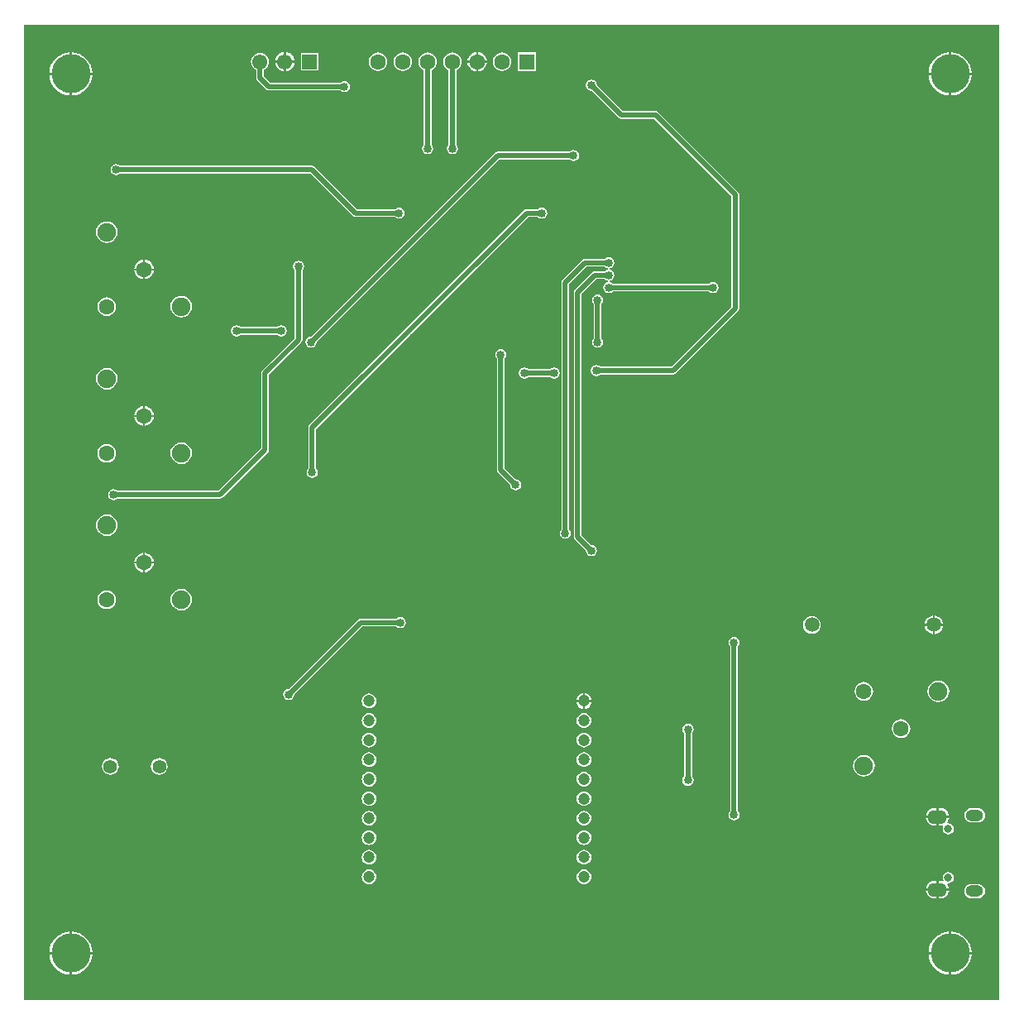
<source format=gbl>
G04 Layer_Physical_Order=2*
G04 Layer_Color=16711680*
%FSLAX25Y25*%
%MOIN*%
G70*
G01*
G75*
%ADD35C,0.01968*%
%ADD40C,0.06299*%
%ADD41C,0.07480*%
%ADD42C,0.05905*%
%ADD43C,0.03150*%
%ADD44O,0.07087X0.04528*%
%ADD45O,0.07874X0.05512*%
%ADD46C,0.05512*%
%ADD47C,0.04724*%
%ADD48R,0.06102X0.06102*%
%ADD49C,0.06102*%
%ADD50R,0.06299X0.06299*%
%ADD51C,0.15748*%
%ADD52C,0.03347*%
%ADD53C,0.02559*%
G36*
X393997Y1003D02*
X1003D01*
Y393997D01*
X393997D01*
Y1003D01*
D02*
G37*
%LPC*%
G36*
X226500Y100726D02*
X225729Y100625D01*
X225011Y100327D01*
X224394Y99854D01*
X223921Y99237D01*
X223623Y98519D01*
X223522Y97748D01*
X223623Y96977D01*
X223921Y96259D01*
X224394Y95642D01*
X225011Y95169D01*
X225729Y94871D01*
X226500Y94770D01*
X227271Y94871D01*
X227989Y95169D01*
X228606Y95642D01*
X229079Y96259D01*
X229377Y96977D01*
X229478Y97748D01*
X229377Y98519D01*
X229079Y99237D01*
X228606Y99854D01*
X227989Y100327D01*
X227271Y100625D01*
X226500Y100726D01*
D02*
G37*
G36*
X139886D02*
X139115Y100625D01*
X138397Y100327D01*
X137780Y99854D01*
X137307Y99237D01*
X137009Y98519D01*
X136908Y97748D01*
X137009Y96977D01*
X137307Y96259D01*
X137780Y95642D01*
X138397Y95169D01*
X139115Y94871D01*
X139886Y94770D01*
X140657Y94871D01*
X141375Y95169D01*
X141992Y95642D01*
X142465Y96259D01*
X142763Y96977D01*
X142864Y97748D01*
X142763Y98519D01*
X142465Y99237D01*
X141992Y99854D01*
X141375Y100327D01*
X140657Y100625D01*
X139886Y100726D01*
D02*
G37*
G36*
X55343Y98375D02*
X54469Y98260D01*
X53655Y97923D01*
X52956Y97387D01*
X52419Y96688D01*
X52082Y95874D01*
X51967Y95000D01*
X52082Y94126D01*
X52419Y93312D01*
X52956Y92613D01*
X53655Y92077D01*
X54469Y91740D01*
X55343Y91625D01*
X56216Y91740D01*
X57030Y92077D01*
X57729Y92613D01*
X58266Y93312D01*
X58603Y94126D01*
X58718Y95000D01*
X58603Y95874D01*
X58266Y96688D01*
X57729Y97387D01*
X57030Y97923D01*
X56216Y98260D01*
X55343Y98375D01*
D02*
G37*
G36*
X354331Y114009D02*
X353354Y113880D01*
X352445Y113503D01*
X351663Y112904D01*
X351064Y112122D01*
X350687Y111213D01*
X350558Y110236D01*
X350687Y109260D01*
X351064Y108350D01*
X351663Y107569D01*
X352445Y106969D01*
X353354Y106592D01*
X354331Y106464D01*
X355307Y106592D01*
X356217Y106969D01*
X356998Y107569D01*
X357598Y108350D01*
X357975Y109260D01*
X358103Y110236D01*
X357975Y111213D01*
X357598Y112122D01*
X356998Y112904D01*
X356217Y113503D01*
X355307Y113880D01*
X354331Y114009D01*
D02*
G37*
G36*
X226500Y108600D02*
X225729Y108499D01*
X225011Y108201D01*
X224394Y107728D01*
X223921Y107111D01*
X223623Y106393D01*
X223522Y105622D01*
X223623Y104851D01*
X223921Y104133D01*
X224394Y103516D01*
X225011Y103043D01*
X225729Y102745D01*
X226500Y102644D01*
X227271Y102745D01*
X227989Y103043D01*
X228606Y103516D01*
X229079Y104133D01*
X229377Y104851D01*
X229478Y105622D01*
X229377Y106393D01*
X229079Y107111D01*
X228606Y107728D01*
X227989Y108201D01*
X227271Y108499D01*
X226500Y108600D01*
D02*
G37*
G36*
X139886D02*
X139115Y108499D01*
X138397Y108201D01*
X137780Y107728D01*
X137307Y107111D01*
X137009Y106393D01*
X136908Y105622D01*
X137009Y104851D01*
X137307Y104133D01*
X137780Y103516D01*
X138397Y103043D01*
X139115Y102745D01*
X139886Y102644D01*
X140657Y102745D01*
X141375Y103043D01*
X141992Y103516D01*
X142465Y104133D01*
X142763Y104851D01*
X142864Y105622D01*
X142763Y106393D01*
X142465Y107111D01*
X141992Y107728D01*
X141375Y108201D01*
X140657Y108499D01*
X139886Y108600D01*
D02*
G37*
G36*
X35658Y98375D02*
X34784Y98260D01*
X33970Y97923D01*
X33271Y97387D01*
X32734Y96688D01*
X32397Y95874D01*
X32282Y95000D01*
X32397Y94126D01*
X32734Y93312D01*
X33271Y92613D01*
X33970Y92077D01*
X34784Y91740D01*
X35658Y91625D01*
X36531Y91740D01*
X37345Y92077D01*
X38044Y92613D01*
X38581Y93312D01*
X38918Y94126D01*
X39033Y95000D01*
X38918Y95874D01*
X38581Y96688D01*
X38044Y97387D01*
X37345Y97923D01*
X36531Y98260D01*
X35658Y98375D01*
D02*
G37*
G36*
X139886Y92852D02*
X139115Y92751D01*
X138397Y92453D01*
X137780Y91980D01*
X137307Y91363D01*
X137009Y90645D01*
X136908Y89874D01*
X137009Y89103D01*
X137307Y88385D01*
X137780Y87768D01*
X138397Y87295D01*
X139115Y86997D01*
X139886Y86896D01*
X140657Y86997D01*
X141375Y87295D01*
X141992Y87768D01*
X142465Y88385D01*
X142763Y89103D01*
X142864Y89874D01*
X142763Y90645D01*
X142465Y91363D01*
X141992Y91980D01*
X141375Y92453D01*
X140657Y92751D01*
X139886Y92852D01*
D02*
G37*
G36*
X226500Y84978D02*
X225729Y84877D01*
X225011Y84579D01*
X224394Y84106D01*
X223921Y83489D01*
X223623Y82771D01*
X223522Y82000D01*
X223623Y81229D01*
X223921Y80511D01*
X224394Y79894D01*
X225011Y79421D01*
X225729Y79123D01*
X226500Y79022D01*
X227271Y79123D01*
X227989Y79421D01*
X228606Y79894D01*
X229079Y80511D01*
X229377Y81229D01*
X229478Y82000D01*
X229377Y82771D01*
X229079Y83489D01*
X228606Y84106D01*
X227989Y84579D01*
X227271Y84877D01*
X226500Y84978D01*
D02*
G37*
G36*
X139886D02*
X139115Y84877D01*
X138397Y84579D01*
X137780Y84106D01*
X137307Y83489D01*
X137009Y82771D01*
X136908Y82000D01*
X137009Y81229D01*
X137307Y80511D01*
X137780Y79894D01*
X138397Y79421D01*
X139115Y79123D01*
X139886Y79022D01*
X140657Y79123D01*
X141375Y79421D01*
X141992Y79894D01*
X142465Y80511D01*
X142763Y81229D01*
X142864Y82000D01*
X142763Y82771D01*
X142465Y83489D01*
X141992Y84106D01*
X141375Y84579D01*
X140657Y84877D01*
X139886Y84978D01*
D02*
G37*
G36*
X339331Y99604D02*
X338200Y99455D01*
X337147Y99019D01*
X336242Y98325D01*
X335548Y97420D01*
X335111Y96367D01*
X334963Y95236D01*
X335111Y94106D01*
X335548Y93052D01*
X336242Y92147D01*
X337147Y91453D01*
X338200Y91017D01*
X339331Y90868D01*
X340461Y91017D01*
X341515Y91453D01*
X342419Y92147D01*
X343114Y93052D01*
X343550Y94106D01*
X343699Y95236D01*
X343550Y96367D01*
X343114Y97420D01*
X342419Y98325D01*
X341515Y99019D01*
X340461Y99455D01*
X339331Y99604D01*
D02*
G37*
G36*
X268437Y112245D02*
X267554Y112069D01*
X266805Y111569D01*
X266305Y110820D01*
X266129Y109937D01*
X266305Y109054D01*
X266805Y108305D01*
X266831Y108287D01*
Y91087D01*
X266805Y91069D01*
X266305Y90320D01*
X266129Y89437D01*
X266305Y88554D01*
X266805Y87805D01*
X267554Y87305D01*
X268437Y87129D01*
X269320Y87305D01*
X270069Y87805D01*
X270569Y88554D01*
X270745Y89437D01*
X270569Y90320D01*
X270069Y91069D01*
X270043Y91087D01*
Y108287D01*
X270069Y108305D01*
X270569Y109054D01*
X270745Y109937D01*
X270569Y110820D01*
X270069Y111569D01*
X269320Y112069D01*
X268437Y112245D01*
D02*
G37*
G36*
X226500Y92852D02*
X225729Y92751D01*
X225011Y92453D01*
X224394Y91980D01*
X223921Y91363D01*
X223623Y90645D01*
X223522Y89874D01*
X223623Y89103D01*
X223921Y88385D01*
X224394Y87768D01*
X225011Y87295D01*
X225729Y86997D01*
X226500Y86896D01*
X227271Y86997D01*
X227989Y87295D01*
X228606Y87768D01*
X229079Y88385D01*
X229377Y89103D01*
X229478Y89874D01*
X229377Y90645D01*
X229079Y91363D01*
X228606Y91980D01*
X227989Y92453D01*
X227271Y92751D01*
X226500Y92852D01*
D02*
G37*
G36*
X139886Y116474D02*
X139115Y116373D01*
X138397Y116075D01*
X137780Y115602D01*
X137307Y114985D01*
X137009Y114267D01*
X136908Y113496D01*
X137009Y112725D01*
X137307Y112007D01*
X137780Y111390D01*
X138397Y110917D01*
X139115Y110619D01*
X139886Y110518D01*
X140657Y110619D01*
X141375Y110917D01*
X141992Y111390D01*
X142465Y112007D01*
X142763Y112725D01*
X142864Y113496D01*
X142763Y114267D01*
X142465Y114985D01*
X141992Y115602D01*
X141375Y116075D01*
X140657Y116373D01*
X139886Y116474D01*
D02*
G37*
G36*
X371327Y151618D02*
X368000D01*
Y148291D01*
X368583Y148368D01*
X369493Y148745D01*
X370274Y149344D01*
X370873Y150126D01*
X371250Y151035D01*
X371327Y151618D01*
D02*
G37*
G36*
X367213D02*
X363886D01*
X363962Y151035D01*
X364339Y150126D01*
X364939Y149344D01*
X365720Y148745D01*
X366630Y148368D01*
X367213Y148291D01*
Y151618D01*
D02*
G37*
G36*
X226894Y124495D02*
Y121764D01*
X229625D01*
X229569Y122192D01*
X229251Y122959D01*
X228746Y123616D01*
X228088Y124121D01*
X227322Y124439D01*
X226894Y124495D01*
D02*
G37*
G36*
X367213Y155732D02*
X366630Y155656D01*
X365720Y155279D01*
X364939Y154679D01*
X364339Y153898D01*
X363962Y152988D01*
X363886Y152406D01*
X367213D01*
Y155732D01*
D02*
G37*
G36*
X152500Y155308D02*
X151617Y155132D01*
X150868Y154632D01*
X150850Y154606D01*
X136500D01*
X135886Y154483D01*
X135365Y154135D01*
X135365Y154135D01*
X107531Y126302D01*
X107500Y126308D01*
X106617Y126132D01*
X105868Y125632D01*
X105368Y124883D01*
X105192Y124000D01*
X105368Y123117D01*
X105868Y122368D01*
X106617Y121868D01*
X107500Y121692D01*
X108383Y121868D01*
X109132Y122368D01*
X109632Y123117D01*
X109808Y124000D01*
X109802Y124031D01*
X137165Y151394D01*
X150850D01*
X150868Y151368D01*
X151617Y150868D01*
X152500Y150692D01*
X153383Y150868D01*
X154132Y151368D01*
X154632Y152117D01*
X154808Y153000D01*
X154632Y153883D01*
X154132Y154632D01*
X153383Y155132D01*
X152500Y155308D01*
D02*
G37*
G36*
X318394Y155586D02*
X317469Y155464D01*
X316607Y155107D01*
X315867Y154539D01*
X315299Y153799D01*
X314942Y152937D01*
X314820Y152012D01*
X314942Y151087D01*
X315299Y150225D01*
X315867Y149485D01*
X316607Y148917D01*
X317469Y148560D01*
X318394Y148438D01*
X319319Y148560D01*
X320181Y148917D01*
X320921Y149485D01*
X321489Y150225D01*
X321846Y151087D01*
X321968Y152012D01*
X321846Y152937D01*
X321489Y153799D01*
X320921Y154539D01*
X320181Y155107D01*
X319319Y155464D01*
X318394Y155586D01*
D02*
G37*
G36*
X226106Y124495D02*
X225678Y124439D01*
X224912Y124121D01*
X224254Y123616D01*
X223749Y122959D01*
X223431Y122192D01*
X223375Y121764D01*
X226106D01*
Y124495D01*
D02*
G37*
G36*
X229625Y120976D02*
X226894D01*
Y118245D01*
X227322Y118301D01*
X228088Y118619D01*
X228746Y119124D01*
X229251Y119782D01*
X229569Y120548D01*
X229625Y120976D01*
D02*
G37*
G36*
X226106D02*
X223375D01*
X223431Y120548D01*
X223749Y119782D01*
X224254Y119124D01*
X224912Y118619D01*
X225678Y118301D01*
X226106Y118245D01*
Y120976D01*
D02*
G37*
G36*
X226500Y116474D02*
X225729Y116373D01*
X225011Y116075D01*
X224394Y115602D01*
X223921Y114985D01*
X223623Y114267D01*
X223522Y113496D01*
X223623Y112725D01*
X223921Y112007D01*
X224394Y111390D01*
X225011Y110917D01*
X225729Y110619D01*
X226500Y110518D01*
X227271Y110619D01*
X227989Y110917D01*
X228606Y111390D01*
X229079Y112007D01*
X229377Y112725D01*
X229478Y113496D01*
X229377Y114267D01*
X229079Y114985D01*
X228606Y115602D01*
X227989Y116075D01*
X227271Y116373D01*
X226500Y116474D01*
D02*
G37*
G36*
X339331Y129009D02*
X338354Y128880D01*
X337444Y128503D01*
X336663Y127904D01*
X336064Y127122D01*
X335687Y126213D01*
X335558Y125236D01*
X335687Y124260D01*
X336064Y123350D01*
X336663Y122569D01*
X337444Y121969D01*
X338354Y121592D01*
X339331Y121464D01*
X340307Y121592D01*
X341217Y121969D01*
X341998Y122569D01*
X342598Y123350D01*
X342975Y124260D01*
X343103Y125236D01*
X342975Y126213D01*
X342598Y127122D01*
X341998Y127904D01*
X341217Y128503D01*
X340307Y128880D01*
X339331Y129009D01*
D02*
G37*
G36*
X369331Y129604D02*
X368200Y129455D01*
X367147Y129019D01*
X366242Y128325D01*
X365548Y127420D01*
X365111Y126367D01*
X364963Y125236D01*
X365111Y124106D01*
X365548Y123052D01*
X366242Y122148D01*
X367147Y121453D01*
X368200Y121017D01*
X369331Y120868D01*
X370461Y121017D01*
X371515Y121453D01*
X372419Y122148D01*
X373114Y123052D01*
X373550Y124106D01*
X373699Y125236D01*
X373550Y126367D01*
X373114Y127420D01*
X372419Y128325D01*
X371515Y129019D01*
X370461Y129455D01*
X369331Y129604D01*
D02*
G37*
G36*
X139886Y124348D02*
X139115Y124247D01*
X138397Y123949D01*
X137780Y123476D01*
X137307Y122859D01*
X137009Y122141D01*
X136908Y121370D01*
X137009Y120599D01*
X137307Y119881D01*
X137780Y119264D01*
X138397Y118791D01*
X139115Y118493D01*
X139886Y118392D01*
X140657Y118493D01*
X141375Y118791D01*
X141992Y119264D01*
X142465Y119881D01*
X142763Y120599D01*
X142864Y121370D01*
X142763Y122141D01*
X142465Y122859D01*
X141992Y123476D01*
X141375Y123949D01*
X140657Y124247D01*
X139886Y124348D01*
D02*
G37*
G36*
X373703Y44941D02*
X369394D01*
Y41761D01*
X370181D01*
X371106Y41883D01*
X371968Y42240D01*
X372708Y42807D01*
X373276Y43548D01*
X373633Y44410D01*
X373703Y44941D01*
D02*
G37*
G36*
X368606D02*
X364297D01*
X364367Y44410D01*
X364724Y43548D01*
X365292Y42807D01*
X366032Y42240D01*
X366894Y41883D01*
X367819Y41761D01*
X368606D01*
Y44941D01*
D02*
G37*
G36*
X374410Y28350D02*
Y20079D01*
X382680D01*
X382552Y21383D01*
X382057Y23016D01*
X381252Y24520D01*
X380170Y25839D01*
X378851Y26922D01*
X377346Y27726D01*
X375714Y28221D01*
X374410Y28350D01*
D02*
G37*
G36*
X139886Y53482D02*
X139115Y53381D01*
X138397Y53083D01*
X137780Y52610D01*
X137307Y51993D01*
X137009Y51275D01*
X136908Y50504D01*
X137009Y49733D01*
X137307Y49015D01*
X137780Y48398D01*
X138397Y47925D01*
X139115Y47627D01*
X139886Y47526D01*
X140657Y47627D01*
X141375Y47925D01*
X141992Y48398D01*
X142465Y49015D01*
X142763Y49733D01*
X142864Y50504D01*
X142763Y51275D01*
X142465Y51993D01*
X141992Y52610D01*
X141375Y53083D01*
X140657Y53381D01*
X139886Y53482D01*
D02*
G37*
G36*
X368606Y48908D02*
X367819D01*
X366894Y48787D01*
X366032Y48430D01*
X365292Y47862D01*
X364724Y47122D01*
X364367Y46260D01*
X364297Y45728D01*
X368606D01*
Y48908D01*
D02*
G37*
G36*
X385240Y47623D02*
X382681D01*
X381936Y47525D01*
X381242Y47237D01*
X380645Y46780D01*
X380188Y46184D01*
X379900Y45489D01*
X379802Y44744D01*
X379900Y43999D01*
X380188Y43305D01*
X380645Y42708D01*
X381242Y42251D01*
X381936Y41963D01*
X382681Y41865D01*
X385240D01*
X385985Y41963D01*
X386680Y42251D01*
X387276Y42708D01*
X387733Y43305D01*
X388021Y43999D01*
X388119Y44744D01*
X388021Y45489D01*
X387733Y46184D01*
X387276Y46780D01*
X386680Y47237D01*
X385985Y47525D01*
X385240Y47623D01*
D02*
G37*
G36*
X373622Y28350D02*
X372318Y28221D01*
X370685Y27726D01*
X369180Y26922D01*
X367862Y25839D01*
X366779Y24520D01*
X365975Y23016D01*
X365480Y21383D01*
X365351Y20079D01*
X373622D01*
Y28350D01*
D02*
G37*
G36*
Y19291D02*
X365351D01*
X365480Y17987D01*
X365975Y16354D01*
X366779Y14850D01*
X367862Y13531D01*
X369180Y12449D01*
X370685Y11644D01*
X372318Y11149D01*
X373622Y11021D01*
Y19291D01*
D02*
G37*
G36*
X28350D02*
X20079D01*
Y11021D01*
X21383Y11149D01*
X23016Y11644D01*
X24520Y12449D01*
X25839Y13531D01*
X26922Y14850D01*
X27726Y16354D01*
X28221Y17987D01*
X28350Y19291D01*
D02*
G37*
G36*
X19291D02*
X11021D01*
X11149Y17987D01*
X11644Y16354D01*
X12449Y14850D01*
X13531Y13531D01*
X14850Y12449D01*
X16354Y11644D01*
X17987Y11149D01*
X19291Y11021D01*
Y19291D01*
D02*
G37*
G36*
X20079Y28350D02*
Y20079D01*
X28350D01*
X28221Y21383D01*
X27726Y23016D01*
X26922Y24520D01*
X25839Y25839D01*
X24520Y26922D01*
X23016Y27726D01*
X21383Y28221D01*
X20079Y28350D01*
D02*
G37*
G36*
X19291D02*
X17987Y28221D01*
X16354Y27726D01*
X14850Y26922D01*
X13531Y25839D01*
X12449Y24520D01*
X11644Y23016D01*
X11149Y21383D01*
X11021Y20079D01*
X19291D01*
Y28350D01*
D02*
G37*
G36*
X382680Y19291D02*
X374410D01*
Y11021D01*
X375714Y11149D01*
X377346Y11644D01*
X378851Y12449D01*
X380170Y13531D01*
X381252Y14850D01*
X382057Y16354D01*
X382552Y17987D01*
X382680Y19291D01*
D02*
G37*
G36*
X226500Y53482D02*
X225729Y53381D01*
X225011Y53083D01*
X224394Y52610D01*
X223921Y51993D01*
X223623Y51275D01*
X223522Y50504D01*
X223623Y49733D01*
X223921Y49015D01*
X224394Y48398D01*
X225011Y47925D01*
X225729Y47627D01*
X226500Y47526D01*
X227271Y47627D01*
X227989Y47925D01*
X228606Y48398D01*
X229079Y49015D01*
X229377Y49733D01*
X229478Y50504D01*
X229377Y51275D01*
X229079Y51993D01*
X228606Y52610D01*
X227989Y53083D01*
X227271Y53381D01*
X226500Y53482D01*
D02*
G37*
G36*
X385240Y78135D02*
X382681D01*
X381936Y78037D01*
X381242Y77749D01*
X380645Y77292D01*
X380188Y76695D01*
X379900Y76001D01*
X379802Y75256D01*
X379900Y74511D01*
X380188Y73816D01*
X380645Y73220D01*
X381242Y72763D01*
X381936Y72475D01*
X382681Y72377D01*
X385240D01*
X385985Y72475D01*
X386680Y72763D01*
X387276Y73220D01*
X387733Y73816D01*
X388021Y74511D01*
X388119Y75256D01*
X388021Y76001D01*
X387733Y76695D01*
X387276Y77292D01*
X386680Y77749D01*
X385985Y78037D01*
X385240Y78135D01*
D02*
G37*
G36*
X226500Y77104D02*
X225729Y77003D01*
X225011Y76705D01*
X224394Y76232D01*
X223921Y75615D01*
X223623Y74897D01*
X223522Y74126D01*
X223623Y73355D01*
X223921Y72637D01*
X224394Y72020D01*
X225011Y71547D01*
X225729Y71249D01*
X226500Y71148D01*
X227271Y71249D01*
X227989Y71547D01*
X228606Y72020D01*
X229079Y72637D01*
X229377Y73355D01*
X229478Y74126D01*
X229377Y74897D01*
X229079Y75615D01*
X228606Y76232D01*
X227989Y76705D01*
X227271Y77003D01*
X226500Y77104D01*
D02*
G37*
G36*
X139886D02*
X139115Y77003D01*
X138397Y76705D01*
X137780Y76232D01*
X137307Y75615D01*
X137009Y74897D01*
X136908Y74126D01*
X137009Y73355D01*
X137307Y72637D01*
X137780Y72020D01*
X138397Y71547D01*
X139115Y71249D01*
X139886Y71148D01*
X140657Y71249D01*
X141375Y71547D01*
X141992Y72020D01*
X142465Y72637D01*
X142763Y73355D01*
X142864Y74126D01*
X142763Y74897D01*
X142465Y75615D01*
X141992Y76232D01*
X141375Y76705D01*
X140657Y77003D01*
X139886Y77104D01*
D02*
G37*
G36*
X370181Y78239D02*
X369394D01*
Y75059D01*
X373703D01*
X373633Y75590D01*
X373276Y76452D01*
X372708Y77192D01*
X371968Y77760D01*
X371106Y78117D01*
X370181Y78239D01*
D02*
G37*
G36*
X368606D02*
X367819D01*
X366894Y78117D01*
X366032Y77760D01*
X365292Y77192D01*
X364724Y76452D01*
X364367Y75590D01*
X364297Y75059D01*
X368606D01*
Y78239D01*
D02*
G37*
G36*
X287000Y147308D02*
X286117Y147132D01*
X285368Y146632D01*
X284868Y145883D01*
X284692Y145000D01*
X284868Y144117D01*
X285368Y143368D01*
X285394Y143350D01*
Y77150D01*
X285368Y77132D01*
X284868Y76383D01*
X284692Y75500D01*
X284868Y74617D01*
X285368Y73868D01*
X286117Y73368D01*
X287000Y73192D01*
X287883Y73368D01*
X288632Y73868D01*
X289132Y74617D01*
X289308Y75500D01*
X289132Y76383D01*
X288632Y77132D01*
X288606Y77150D01*
Y143350D01*
X288632Y143368D01*
X289132Y144117D01*
X289308Y145000D01*
X289132Y145883D01*
X288632Y146632D01*
X287883Y147132D01*
X287000Y147308D01*
D02*
G37*
G36*
X368606Y74272D02*
X364297D01*
X364367Y73740D01*
X364724Y72878D01*
X365292Y72138D01*
X366032Y71570D01*
X366894Y71213D01*
X367819Y71092D01*
X368606D01*
Y74272D01*
D02*
G37*
G36*
X226500Y61356D02*
X225729Y61255D01*
X225011Y60957D01*
X224394Y60484D01*
X223921Y59867D01*
X223623Y59149D01*
X223522Y58378D01*
X223623Y57607D01*
X223921Y56889D01*
X224394Y56272D01*
X225011Y55799D01*
X225729Y55501D01*
X226500Y55400D01*
X227271Y55501D01*
X227989Y55799D01*
X228606Y56272D01*
X229079Y56889D01*
X229377Y57607D01*
X229478Y58378D01*
X229377Y59149D01*
X229079Y59867D01*
X228606Y60484D01*
X227989Y60957D01*
X227271Y61255D01*
X226500Y61356D01*
D02*
G37*
G36*
X139886D02*
X139115Y61255D01*
X138397Y60957D01*
X137780Y60484D01*
X137307Y59867D01*
X137009Y59149D01*
X136908Y58378D01*
X137009Y57607D01*
X137307Y56889D01*
X137780Y56272D01*
X138397Y55799D01*
X139115Y55501D01*
X139886Y55400D01*
X140657Y55501D01*
X141375Y55799D01*
X141992Y56272D01*
X142465Y56889D01*
X142763Y57607D01*
X142864Y58378D01*
X142763Y59149D01*
X142465Y59867D01*
X141992Y60484D01*
X141375Y60957D01*
X140657Y61255D01*
X139886Y61356D01*
D02*
G37*
G36*
X373331Y52365D02*
X372486Y52197D01*
X371770Y51719D01*
X371291Y51002D01*
X371123Y50157D01*
X371291Y49313D01*
X371348Y49228D01*
X371199Y48956D01*
X371035Y48796D01*
X370181Y48908D01*
X369394D01*
Y45728D01*
X373703D01*
X373633Y46260D01*
X373276Y47122D01*
X372978Y47510D01*
X373260Y47964D01*
X373331Y47950D01*
X374176Y48118D01*
X374892Y48596D01*
X375370Y49313D01*
X375538Y50157D01*
X375370Y51002D01*
X374892Y51719D01*
X374176Y52197D01*
X373331Y52365D01*
D02*
G37*
G36*
X373703Y74272D02*
X369394D01*
Y71092D01*
X370181D01*
X371035Y71204D01*
X371199Y71044D01*
X371348Y70772D01*
X371291Y70687D01*
X371123Y69842D01*
X371291Y68998D01*
X371770Y68281D01*
X372486Y67803D01*
X373331Y67635D01*
X374176Y67803D01*
X374892Y68281D01*
X375370Y68998D01*
X375538Y69842D01*
X375370Y70687D01*
X374892Y71404D01*
X374176Y71882D01*
X373331Y72050D01*
X373260Y72036D01*
X372978Y72490D01*
X373276Y72878D01*
X373633Y73740D01*
X373703Y74272D01*
D02*
G37*
G36*
X226500Y69230D02*
X225729Y69129D01*
X225011Y68831D01*
X224394Y68358D01*
X223921Y67741D01*
X223623Y67023D01*
X223522Y66252D01*
X223623Y65481D01*
X223921Y64763D01*
X224394Y64146D01*
X225011Y63673D01*
X225729Y63375D01*
X226500Y63274D01*
X227271Y63375D01*
X227989Y63673D01*
X228606Y64146D01*
X229079Y64763D01*
X229377Y65481D01*
X229478Y66252D01*
X229377Y67023D01*
X229079Y67741D01*
X228606Y68358D01*
X227989Y68831D01*
X227271Y69129D01*
X226500Y69230D01*
D02*
G37*
G36*
X139886D02*
X139115Y69129D01*
X138397Y68831D01*
X137780Y68358D01*
X137307Y67741D01*
X137009Y67023D01*
X136908Y66252D01*
X137009Y65481D01*
X137307Y64763D01*
X137780Y64146D01*
X138397Y63673D01*
X139115Y63375D01*
X139886Y63274D01*
X140657Y63375D01*
X141375Y63673D01*
X141992Y64146D01*
X142465Y64763D01*
X142763Y65481D01*
X142864Y66252D01*
X142763Y67023D01*
X142465Y67741D01*
X141992Y68358D01*
X141375Y68831D01*
X140657Y69129D01*
X139886Y69230D01*
D02*
G37*
G36*
X368000Y155732D02*
Y152406D01*
X371327D01*
X371250Y152988D01*
X370873Y153898D01*
X370274Y154679D01*
X369493Y155279D01*
X368583Y155656D01*
X368000Y155732D01*
D02*
G37*
G36*
X96000Y382673D02*
X95049Y382548D01*
X94163Y382181D01*
X93403Y381597D01*
X92819Y380837D01*
X92452Y379951D01*
X92327Y379000D01*
X92452Y378049D01*
X92819Y377163D01*
X93403Y376403D01*
X94163Y375819D01*
X94394Y375723D01*
Y372500D01*
X94394Y372500D01*
X94517Y371885D01*
X94865Y371365D01*
X98365Y367865D01*
X98365Y367865D01*
X98886Y367517D01*
X99500Y367394D01*
X99500Y367394D01*
X128350D01*
X128368Y367368D01*
X129117Y366868D01*
X130000Y366692D01*
X130883Y366868D01*
X131632Y367368D01*
X132132Y368117D01*
X132308Y369000D01*
X132132Y369883D01*
X131632Y370632D01*
X130883Y371132D01*
X130000Y371308D01*
X129117Y371132D01*
X128368Y370632D01*
X128350Y370606D01*
X100165D01*
X97606Y373165D01*
Y375723D01*
X97837Y375819D01*
X98597Y376403D01*
X99181Y377163D01*
X99548Y378049D01*
X99673Y379000D01*
X99548Y379951D01*
X99181Y380837D01*
X98597Y381597D01*
X97837Y382181D01*
X96951Y382548D01*
X96000Y382673D01*
D02*
G37*
G36*
X382680Y373622D02*
X374410D01*
Y365351D01*
X375714Y365480D01*
X377346Y365975D01*
X378851Y366779D01*
X380170Y367862D01*
X381252Y369180D01*
X382057Y370685D01*
X382552Y372318D01*
X382680Y373622D01*
D02*
G37*
G36*
X373622D02*
X365351D01*
X365480Y372318D01*
X365975Y370685D01*
X366779Y369180D01*
X367862Y367862D01*
X369180Y366779D01*
X370685Y365975D01*
X372318Y365480D01*
X373622Y365351D01*
Y373622D01*
D02*
G37*
G36*
Y382680D02*
X372318Y382552D01*
X370685Y382057D01*
X369180Y381252D01*
X367862Y380170D01*
X366779Y378851D01*
X365975Y377346D01*
X365480Y375714D01*
X365351Y374410D01*
X373622D01*
Y382680D01*
D02*
G37*
G36*
X20079D02*
Y374410D01*
X28350D01*
X28221Y375714D01*
X27726Y377346D01*
X26922Y378851D01*
X25839Y380170D01*
X24520Y381252D01*
X23016Y382057D01*
X21383Y382552D01*
X20079Y382680D01*
D02*
G37*
G36*
X19291D02*
X17987Y382552D01*
X16354Y382057D01*
X14850Y381252D01*
X13531Y380170D01*
X12449Y378851D01*
X11644Y377346D01*
X11149Y375714D01*
X11021Y374410D01*
X19291D01*
Y382680D01*
D02*
G37*
G36*
X28350Y373622D02*
X20079D01*
Y365351D01*
X21383Y365480D01*
X23016Y365975D01*
X24520Y366779D01*
X25839Y367862D01*
X26922Y369180D01*
X27726Y370685D01*
X28221Y372318D01*
X28350Y373622D01*
D02*
G37*
G36*
X222315Y343493D02*
X221432Y343318D01*
X220683Y342817D01*
X220665Y342791D01*
X191685D01*
X191071Y342669D01*
X190550Y342320D01*
X190550Y342320D01*
X116531Y268302D01*
X116500Y268308D01*
X115617Y268132D01*
X114868Y267632D01*
X114368Y266883D01*
X114192Y266000D01*
X114368Y265117D01*
X114868Y264368D01*
X115617Y263868D01*
X116500Y263692D01*
X117383Y263868D01*
X118132Y264368D01*
X118632Y265117D01*
X118808Y266000D01*
X118802Y266031D01*
X192350Y339579D01*
X220665D01*
X220683Y339553D01*
X221432Y339053D01*
X222315Y338877D01*
X223198Y339053D01*
X223947Y339553D01*
X224447Y340302D01*
X224623Y341185D01*
X224447Y342068D01*
X223947Y342817D01*
X223198Y343318D01*
X222315Y343493D01*
D02*
G37*
G36*
X209500Y320308D02*
X208617Y320132D01*
X207868Y319632D01*
X207850Y319606D01*
X203407D01*
X203407Y319606D01*
X202792Y319483D01*
X202271Y319135D01*
X202271Y319135D01*
X115865Y232729D01*
X115517Y232208D01*
X115394Y231593D01*
X115394Y231593D01*
Y215150D01*
X115368Y215132D01*
X114868Y214383D01*
X114692Y213500D01*
X114868Y212617D01*
X115368Y211868D01*
X116117Y211368D01*
X117000Y211192D01*
X117883Y211368D01*
X118632Y211868D01*
X119132Y212617D01*
X119308Y213500D01*
X119132Y214383D01*
X118632Y215132D01*
X118606Y215150D01*
Y230928D01*
X204072Y316394D01*
X207850D01*
X207868Y316368D01*
X208617Y315868D01*
X209500Y315692D01*
X210383Y315868D01*
X211132Y316368D01*
X211632Y317117D01*
X211808Y318000D01*
X211632Y318883D01*
X211132Y319632D01*
X210383Y320132D01*
X209500Y320308D01*
D02*
G37*
G36*
X38000Y337808D02*
X37117Y337632D01*
X36368Y337132D01*
X35868Y336383D01*
X35692Y335500D01*
X35868Y334617D01*
X36368Y333868D01*
X37117Y333368D01*
X38000Y333192D01*
X38883Y333368D01*
X39632Y333868D01*
X39650Y333894D01*
X116335D01*
X133365Y316865D01*
X133365Y316865D01*
X133886Y316517D01*
X134500Y316394D01*
X134500Y316394D01*
X150350D01*
X150368Y316368D01*
X151117Y315868D01*
X152000Y315692D01*
X152883Y315868D01*
X153632Y316368D01*
X154132Y317117D01*
X154308Y318000D01*
X154132Y318883D01*
X153632Y319632D01*
X152883Y320132D01*
X152000Y320308D01*
X151117Y320132D01*
X150368Y319632D01*
X150350Y319606D01*
X135165D01*
X118135Y336635D01*
X117614Y336983D01*
X117000Y337106D01*
X117000Y337106D01*
X39650D01*
X39632Y337132D01*
X38883Y337632D01*
X38000Y337808D01*
D02*
G37*
G36*
X19291Y373622D02*
X11021D01*
X11149Y372318D01*
X11644Y370685D01*
X12449Y369180D01*
X13531Y367862D01*
X14850Y366779D01*
X16354Y365975D01*
X17987Y365480D01*
X19291Y365351D01*
Y373622D01*
D02*
G37*
G36*
X173500Y382772D02*
X172524Y382644D01*
X171614Y382267D01*
X170833Y381667D01*
X170233Y380886D01*
X169856Y379976D01*
X169728Y379000D01*
X169856Y378024D01*
X170233Y377114D01*
X170833Y376332D01*
X171614Y375733D01*
X171894Y375617D01*
Y345650D01*
X171868Y345632D01*
X171368Y344883D01*
X171192Y344000D01*
X171368Y343117D01*
X171868Y342368D01*
X172617Y341868D01*
X173500Y341692D01*
X174383Y341868D01*
X175132Y342368D01*
X175632Y343117D01*
X175808Y344000D01*
X175632Y344883D01*
X175132Y345632D01*
X175106Y345650D01*
Y375617D01*
X175386Y375733D01*
X176168Y376332D01*
X176767Y377114D01*
X177144Y378024D01*
X177272Y379000D01*
X177144Y379976D01*
X176767Y380886D01*
X176168Y381667D01*
X175386Y382267D01*
X174476Y382644D01*
X173500Y382772D01*
D02*
G37*
G36*
X163500D02*
X162524Y382644D01*
X161614Y382267D01*
X160833Y381667D01*
X160233Y380886D01*
X159856Y379976D01*
X159728Y379000D01*
X159856Y378024D01*
X160233Y377114D01*
X160833Y376332D01*
X161614Y375733D01*
X161894Y375617D01*
Y345650D01*
X161868Y345632D01*
X161368Y344883D01*
X161192Y344000D01*
X161368Y343117D01*
X161868Y342368D01*
X162617Y341868D01*
X163500Y341692D01*
X164383Y341868D01*
X165132Y342368D01*
X165632Y343117D01*
X165808Y344000D01*
X165632Y344883D01*
X165132Y345632D01*
X165106Y345650D01*
Y375617D01*
X165386Y375733D01*
X166167Y376332D01*
X166767Y377114D01*
X167144Y378024D01*
X167272Y379000D01*
X167144Y379976D01*
X166767Y380886D01*
X166167Y381667D01*
X165386Y382267D01*
X164476Y382644D01*
X163500Y382772D01*
D02*
G37*
G36*
X374410Y382680D02*
Y374410D01*
X382680D01*
X382552Y375714D01*
X382057Y377346D01*
X381252Y378851D01*
X380170Y380170D01*
X378851Y381252D01*
X377346Y382057D01*
X375714Y382552D01*
X374410Y382680D01*
D02*
G37*
G36*
X183106Y382919D02*
X182472Y382836D01*
X181515Y382439D01*
X180692Y381808D01*
X180061Y380985D01*
X179664Y380028D01*
X179581Y379394D01*
X183106D01*
Y382919D01*
D02*
G37*
G36*
X119642Y382642D02*
X112358D01*
Y375358D01*
X119642D01*
Y382642D01*
D02*
G37*
G36*
X207240Y382740D02*
X199760D01*
Y375260D01*
X207240D01*
Y382740D01*
D02*
G37*
G36*
X106394Y382820D02*
Y379394D01*
X109820D01*
X109740Y380002D01*
X109353Y380936D01*
X108738Y381738D01*
X107936Y382353D01*
X107002Y382740D01*
X106394Y382820D01*
D02*
G37*
G36*
X183894Y382919D02*
Y379394D01*
X187419D01*
X187336Y380028D01*
X186939Y380985D01*
X186308Y381808D01*
X185485Y382439D01*
X184528Y382836D01*
X183894Y382919D01*
D02*
G37*
G36*
X105606Y382820D02*
X104998Y382740D01*
X104064Y382353D01*
X103262Y381738D01*
X102647Y380936D01*
X102260Y380002D01*
X102180Y379394D01*
X105606D01*
Y382820D01*
D02*
G37*
G36*
X193500Y382772D02*
X192524Y382644D01*
X191614Y382267D01*
X190832Y381667D01*
X190233Y380886D01*
X189856Y379976D01*
X189728Y379000D01*
X189856Y378024D01*
X190233Y377114D01*
X190832Y376332D01*
X191614Y375733D01*
X192524Y375356D01*
X193500Y375228D01*
X194476Y375356D01*
X195386Y375733D01*
X196168Y376332D01*
X196767Y377114D01*
X197144Y378024D01*
X197272Y379000D01*
X197144Y379976D01*
X196767Y380886D01*
X196168Y381667D01*
X195386Y382267D01*
X194476Y382644D01*
X193500Y382772D01*
D02*
G37*
G36*
X105606Y378606D02*
X102180D01*
X102260Y377998D01*
X102647Y377064D01*
X103262Y376262D01*
X104064Y375647D01*
X104998Y375260D01*
X105606Y375180D01*
Y378606D01*
D02*
G37*
G36*
X187419D02*
X183894D01*
Y375081D01*
X184528Y375164D01*
X185485Y375561D01*
X186308Y376192D01*
X186939Y377014D01*
X187336Y377972D01*
X187419Y378606D01*
D02*
G37*
G36*
X183106D02*
X179581D01*
X179664Y377972D01*
X180061Y377014D01*
X180692Y376192D01*
X181515Y375561D01*
X182472Y375164D01*
X183106Y375081D01*
Y378606D01*
D02*
G37*
G36*
X153500Y382772D02*
X152524Y382644D01*
X151614Y382267D01*
X150832Y381667D01*
X150233Y380886D01*
X149856Y379976D01*
X149728Y379000D01*
X149856Y378024D01*
X150233Y377114D01*
X150832Y376332D01*
X151614Y375733D01*
X152524Y375356D01*
X153500Y375228D01*
X154476Y375356D01*
X155386Y375733D01*
X156167Y376332D01*
X156767Y377114D01*
X157144Y378024D01*
X157272Y379000D01*
X157144Y379976D01*
X156767Y380886D01*
X156167Y381667D01*
X155386Y382267D01*
X154476Y382644D01*
X153500Y382772D01*
D02*
G37*
G36*
X143500D02*
X142524Y382644D01*
X141614Y382267D01*
X140832Y381667D01*
X140233Y380886D01*
X139856Y379976D01*
X139728Y379000D01*
X139856Y378024D01*
X140233Y377114D01*
X140832Y376332D01*
X141614Y375733D01*
X142524Y375356D01*
X143500Y375228D01*
X144476Y375356D01*
X145386Y375733D01*
X146168Y376332D01*
X146767Y377114D01*
X147144Y378024D01*
X147272Y379000D01*
X147144Y379976D01*
X146767Y380886D01*
X146168Y381667D01*
X145386Y382267D01*
X144476Y382644D01*
X143500Y382772D01*
D02*
G37*
G36*
X109820Y378606D02*
X106394D01*
Y375180D01*
X107002Y375260D01*
X107936Y375647D01*
X108738Y376262D01*
X109353Y377064D01*
X109740Y377998D01*
X109820Y378606D01*
D02*
G37*
G36*
X34213Y314644D02*
X33082Y314495D01*
X32029Y314058D01*
X31124Y313364D01*
X30430Y312460D01*
X29993Y311406D01*
X29844Y310276D01*
X29993Y309145D01*
X30430Y308092D01*
X31124Y307187D01*
X32029Y306493D01*
X33082Y306056D01*
X34213Y305908D01*
X35343Y306056D01*
X36397Y306493D01*
X37301Y307187D01*
X37995Y308092D01*
X38432Y309145D01*
X38581Y310276D01*
X38432Y311406D01*
X37995Y312460D01*
X37301Y313364D01*
X36397Y314058D01*
X35343Y314495D01*
X34213Y314644D01*
D02*
G37*
G36*
X64213Y225588D02*
X63082Y225440D01*
X62029Y225003D01*
X61124Y224309D01*
X60430Y223405D01*
X59993Y222351D01*
X59844Y221220D01*
X59993Y220090D01*
X60430Y219036D01*
X61124Y218132D01*
X62029Y217438D01*
X63082Y217001D01*
X64213Y216852D01*
X65343Y217001D01*
X66397Y217438D01*
X67301Y218132D01*
X67996Y219036D01*
X68432Y220090D01*
X68581Y221220D01*
X68432Y222351D01*
X67996Y223405D01*
X67301Y224309D01*
X66397Y225003D01*
X65343Y225440D01*
X64213Y225588D01*
D02*
G37*
G36*
X193000Y263308D02*
X192117Y263132D01*
X191368Y262632D01*
X190868Y261883D01*
X190692Y261000D01*
X190868Y260117D01*
X191368Y259368D01*
X191394Y259350D01*
Y214500D01*
X191394Y214500D01*
X191517Y213885D01*
X191865Y213365D01*
X196698Y208531D01*
X196692Y208500D01*
X196868Y207617D01*
X197368Y206868D01*
X198117Y206368D01*
X199000Y206192D01*
X199883Y206368D01*
X200632Y206868D01*
X201132Y207617D01*
X201308Y208500D01*
X201132Y209383D01*
X200632Y210132D01*
X199883Y210632D01*
X199000Y210808D01*
X198969Y210802D01*
X194606Y215165D01*
Y259350D01*
X194632Y259368D01*
X195132Y260117D01*
X195308Y261000D01*
X195132Y261883D01*
X194632Y262632D01*
X193883Y263132D01*
X193000Y263308D01*
D02*
G37*
G36*
X111500Y298808D02*
X110617Y298632D01*
X109868Y298132D01*
X109368Y297383D01*
X109192Y296500D01*
X109368Y295617D01*
X109868Y294868D01*
X109894Y294850D01*
Y267665D01*
X96865Y254635D01*
X96517Y254115D01*
X96394Y253500D01*
X96394Y253500D01*
Y223165D01*
X79327Y206098D01*
X38642D01*
X38624Y206124D01*
X37875Y206625D01*
X36992Y206800D01*
X36109Y206625D01*
X35360Y206124D01*
X34860Y205375D01*
X34684Y204492D01*
X34860Y203609D01*
X35360Y202860D01*
X36109Y202360D01*
X36992Y202184D01*
X37875Y202360D01*
X38624Y202860D01*
X38642Y202887D01*
X79992D01*
X79992Y202887D01*
X80607Y203009D01*
X81128Y203357D01*
X99135Y221365D01*
X99135Y221365D01*
X99483Y221885D01*
X99606Y222500D01*
Y252835D01*
X112635Y265865D01*
X112635Y265865D01*
X112983Y266386D01*
X113106Y267000D01*
Y294850D01*
X113132Y294868D01*
X113632Y295617D01*
X113808Y296500D01*
X113632Y297383D01*
X113132Y298132D01*
X112383Y298632D01*
X111500Y298808D01*
D02*
G37*
G36*
X53132Y235827D02*
X49606D01*
Y232301D01*
X50240Y232385D01*
X51198Y232782D01*
X52021Y233413D01*
X52652Y234235D01*
X53048Y235193D01*
X53132Y235827D01*
D02*
G37*
G36*
X48819D02*
X45294D01*
X45377Y235193D01*
X45774Y234235D01*
X46405Y233413D01*
X47227Y232782D01*
X48185Y232385D01*
X48819Y232301D01*
Y235827D01*
D02*
G37*
G36*
X34213Y224993D02*
X33236Y224864D01*
X32326Y224487D01*
X31545Y223888D01*
X30946Y223107D01*
X30569Y222197D01*
X30440Y221220D01*
X30569Y220244D01*
X30946Y219334D01*
X31545Y218553D01*
X32326Y217953D01*
X33236Y217577D01*
X34213Y217448D01*
X35189Y217577D01*
X36099Y217953D01*
X36880Y218553D01*
X37480Y219334D01*
X37857Y220244D01*
X37985Y221220D01*
X37857Y222197D01*
X37480Y223107D01*
X36880Y223888D01*
X36099Y224487D01*
X35189Y224864D01*
X34213Y224993D01*
D02*
G37*
G36*
Y196533D02*
X33082Y196385D01*
X32029Y195948D01*
X31124Y195254D01*
X30430Y194349D01*
X29993Y193296D01*
X29844Y192165D01*
X29993Y191035D01*
X30430Y189981D01*
X31124Y189077D01*
X32029Y188382D01*
X33082Y187946D01*
X34213Y187797D01*
X35343Y187946D01*
X36397Y188382D01*
X37301Y189077D01*
X37995Y189981D01*
X38432Y191035D01*
X38581Y192165D01*
X38432Y193296D01*
X37995Y194349D01*
X37301Y195254D01*
X36397Y195948D01*
X35343Y196385D01*
X34213Y196533D01*
D02*
G37*
G36*
X48819Y176772D02*
X45294D01*
X45377Y176138D01*
X45774Y175180D01*
X46405Y174357D01*
X47227Y173726D01*
X48185Y173330D01*
X48819Y173246D01*
Y176772D01*
D02*
G37*
G36*
X34213Y165938D02*
X33236Y165809D01*
X32326Y165432D01*
X31545Y164833D01*
X30946Y164052D01*
X30569Y163142D01*
X30440Y162165D01*
X30569Y161189D01*
X30946Y160279D01*
X31545Y159498D01*
X32326Y158898D01*
X33236Y158521D01*
X34213Y158393D01*
X35189Y158521D01*
X36099Y158898D01*
X36880Y159498D01*
X37480Y160279D01*
X37857Y161189D01*
X37985Y162165D01*
X37857Y163142D01*
X37480Y164052D01*
X36880Y164833D01*
X36099Y165432D01*
X35189Y165809D01*
X34213Y165938D01*
D02*
G37*
G36*
X64213Y166533D02*
X63082Y166385D01*
X62029Y165948D01*
X61124Y165254D01*
X60430Y164349D01*
X59993Y163296D01*
X59844Y162165D01*
X59993Y161035D01*
X60430Y159981D01*
X61124Y159077D01*
X62029Y158382D01*
X63082Y157946D01*
X64213Y157797D01*
X65343Y157946D01*
X66397Y158382D01*
X67301Y159077D01*
X67996Y159981D01*
X68432Y161035D01*
X68581Y162165D01*
X68432Y163296D01*
X67996Y164349D01*
X67301Y165254D01*
X66397Y165948D01*
X65343Y166385D01*
X64213Y166533D01*
D02*
G37*
G36*
X49606Y181085D02*
Y177559D01*
X53132D01*
X53048Y178193D01*
X52652Y179151D01*
X52021Y179973D01*
X51198Y180604D01*
X50240Y181001D01*
X49606Y181085D01*
D02*
G37*
G36*
X48819D02*
X48185Y181001D01*
X47227Y180604D01*
X46405Y179973D01*
X45774Y179151D01*
X45377Y178193D01*
X45294Y177559D01*
X48819D01*
Y181085D01*
D02*
G37*
G36*
X53132Y176772D02*
X49606D01*
Y173246D01*
X50240Y173330D01*
X51198Y173726D01*
X52021Y174357D01*
X52652Y175180D01*
X53048Y176138D01*
X53132Y176772D01*
D02*
G37*
G36*
X48819Y240140D02*
X48185Y240056D01*
X47227Y239659D01*
X46405Y239028D01*
X45774Y238206D01*
X45377Y237248D01*
X45294Y236614D01*
X48819D01*
Y240140D01*
D02*
G37*
G36*
X53132Y294882D02*
X49606D01*
Y291356D01*
X50240Y291440D01*
X51198Y291837D01*
X52021Y292468D01*
X52652Y293290D01*
X53048Y294248D01*
X53132Y294882D01*
D02*
G37*
G36*
X48819D02*
X45294D01*
X45377Y294248D01*
X45774Y293290D01*
X46405Y292468D01*
X47227Y291837D01*
X48185Y291440D01*
X48819Y291356D01*
Y294882D01*
D02*
G37*
G36*
X34213Y284048D02*
X33236Y283920D01*
X32326Y283543D01*
X31545Y282943D01*
X30946Y282162D01*
X30569Y281252D01*
X30440Y280276D01*
X30569Y279299D01*
X30946Y278389D01*
X31545Y277608D01*
X32326Y277009D01*
X33236Y276632D01*
X34213Y276503D01*
X35189Y276632D01*
X36099Y277009D01*
X36880Y277608D01*
X37480Y278389D01*
X37857Y279299D01*
X37985Y280276D01*
X37857Y281252D01*
X37480Y282162D01*
X36880Y282943D01*
X36099Y283543D01*
X35189Y283920D01*
X34213Y284048D01*
D02*
G37*
G36*
X236500Y300308D02*
X235617Y300132D01*
X234868Y299632D01*
X234850Y299606D01*
X227000D01*
X227000Y299606D01*
X226385Y299483D01*
X225865Y299135D01*
X225865Y299135D01*
X217865Y291135D01*
X217517Y290615D01*
X217394Y290000D01*
X217394Y290000D01*
Y190650D01*
X217368Y190632D01*
X216868Y189883D01*
X216692Y189000D01*
X216868Y188117D01*
X217368Y187368D01*
X218117Y186868D01*
X219000Y186692D01*
X219883Y186868D01*
X220632Y187368D01*
X221132Y188117D01*
X221308Y189000D01*
X221132Y189883D01*
X220632Y190632D01*
X220606Y190650D01*
Y289335D01*
X227665Y296394D01*
X234850D01*
X234868Y296368D01*
X235617Y295868D01*
X236183Y295755D01*
Y295245D01*
X235617Y295132D01*
X234868Y294632D01*
X234850Y294606D01*
X231000D01*
X230385Y294483D01*
X229865Y294135D01*
X229865Y294135D01*
X222865Y287135D01*
X222517Y286614D01*
X222394Y286000D01*
X222394Y286000D01*
Y187500D01*
X222394Y187500D01*
X222517Y186885D01*
X222865Y186365D01*
X227198Y182031D01*
X227192Y182000D01*
X227368Y181117D01*
X227868Y180368D01*
X228617Y179868D01*
X229500Y179692D01*
X230383Y179868D01*
X231132Y180368D01*
X231632Y181117D01*
X231808Y182000D01*
X231632Y182883D01*
X231132Y183632D01*
X230383Y184132D01*
X229500Y184308D01*
X229469Y184302D01*
X225606Y188165D01*
Y285335D01*
X231665Y291394D01*
X234850D01*
X234868Y291368D01*
X235617Y290868D01*
X236183Y290755D01*
Y290245D01*
X235617Y290132D01*
X234868Y289632D01*
X234368Y288883D01*
X234192Y288000D01*
X234368Y287117D01*
X234868Y286368D01*
X235617Y285868D01*
X236500Y285692D01*
X237383Y285868D01*
X238132Y286368D01*
X238150Y286394D01*
X276850D01*
X276868Y286368D01*
X277617Y285868D01*
X278500Y285692D01*
X279383Y285868D01*
X280132Y286368D01*
X280632Y287117D01*
X280808Y288000D01*
X280632Y288883D01*
X280132Y289632D01*
X279383Y290132D01*
X278500Y290308D01*
X277617Y290132D01*
X276868Y289632D01*
X276850Y289606D01*
X238150D01*
X238132Y289632D01*
X237383Y290132D01*
X236817Y290245D01*
Y290755D01*
X237383Y290868D01*
X238132Y291368D01*
X238632Y292117D01*
X238808Y293000D01*
X238632Y293883D01*
X238132Y294632D01*
X237383Y295132D01*
X236817Y295245D01*
Y295755D01*
X237383Y295868D01*
X238132Y296368D01*
X238632Y297117D01*
X238808Y298000D01*
X238632Y298883D01*
X238132Y299632D01*
X237383Y300132D01*
X236500Y300308D01*
D02*
G37*
G36*
X49606Y299195D02*
Y295669D01*
X53132D01*
X53048Y296303D01*
X52652Y297261D01*
X52021Y298083D01*
X51198Y298715D01*
X50240Y299111D01*
X49606Y299195D01*
D02*
G37*
G36*
X48819D02*
X48185Y299111D01*
X47227Y298715D01*
X46405Y298083D01*
X45774Y297261D01*
X45377Y296303D01*
X45294Y295669D01*
X48819D01*
Y299195D01*
D02*
G37*
G36*
X64213Y284644D02*
X63082Y284495D01*
X62029Y284058D01*
X61124Y283364D01*
X60430Y282460D01*
X59993Y281406D01*
X59844Y280276D01*
X59993Y279145D01*
X60430Y278092D01*
X61124Y277187D01*
X62029Y276493D01*
X63082Y276056D01*
X64213Y275907D01*
X65343Y276056D01*
X66397Y276493D01*
X67301Y277187D01*
X67996Y278092D01*
X68432Y279145D01*
X68581Y280276D01*
X68432Y281406D01*
X67996Y282460D01*
X67301Y283364D01*
X66397Y284058D01*
X65343Y284495D01*
X64213Y284644D01*
D02*
G37*
G36*
X214500Y255808D02*
X213617Y255632D01*
X212868Y255132D01*
X212850Y255106D01*
X204150D01*
X204132Y255132D01*
X203383Y255632D01*
X202500Y255808D01*
X201617Y255632D01*
X200868Y255132D01*
X200368Y254383D01*
X200192Y253500D01*
X200368Y252617D01*
X200868Y251868D01*
X201617Y251368D01*
X202500Y251192D01*
X203383Y251368D01*
X204132Y251868D01*
X204150Y251894D01*
X212850D01*
X212868Y251868D01*
X213617Y251368D01*
X214500Y251192D01*
X215383Y251368D01*
X216132Y251868D01*
X216632Y252617D01*
X216808Y253500D01*
X216632Y254383D01*
X216132Y255132D01*
X215383Y255632D01*
X214500Y255808D01*
D02*
G37*
G36*
X34213Y255589D02*
X33082Y255440D01*
X32029Y255003D01*
X31124Y254309D01*
X30430Y253404D01*
X29993Y252351D01*
X29844Y251220D01*
X29993Y250090D01*
X30430Y249036D01*
X31124Y248132D01*
X32029Y247438D01*
X33082Y247001D01*
X34213Y246852D01*
X35343Y247001D01*
X36397Y247438D01*
X37301Y248132D01*
X37995Y249036D01*
X38432Y250090D01*
X38581Y251220D01*
X38432Y252351D01*
X37995Y253404D01*
X37301Y254309D01*
X36397Y255003D01*
X35343Y255440D01*
X34213Y255589D01*
D02*
G37*
G36*
X49606Y240140D02*
Y236614D01*
X53132D01*
X53048Y237248D01*
X52652Y238206D01*
X52021Y239028D01*
X51198Y239659D01*
X50240Y240056D01*
X49606Y240140D01*
D02*
G37*
G36*
X104500Y272808D02*
X103617Y272632D01*
X102868Y272132D01*
X102850Y272106D01*
X88150D01*
X88132Y272132D01*
X87383Y272632D01*
X86500Y272808D01*
X85617Y272632D01*
X84868Y272132D01*
X84368Y271383D01*
X84192Y270500D01*
X84368Y269617D01*
X84868Y268868D01*
X85617Y268368D01*
X86500Y268192D01*
X87383Y268368D01*
X88132Y268868D01*
X88150Y268894D01*
X102850D01*
X102868Y268868D01*
X103617Y268368D01*
X104500Y268192D01*
X105383Y268368D01*
X106132Y268868D01*
X106632Y269617D01*
X106808Y270500D01*
X106632Y271383D01*
X106132Y272132D01*
X105383Y272632D01*
X104500Y272808D01*
D02*
G37*
G36*
X232000Y285308D02*
X231117Y285132D01*
X230368Y284632D01*
X229868Y283883D01*
X229692Y283000D01*
X229868Y282117D01*
X230368Y281368D01*
X230394Y281350D01*
Y267650D01*
X230368Y267632D01*
X229868Y266883D01*
X229692Y266000D01*
X229868Y265117D01*
X230368Y264368D01*
X231117Y263868D01*
X232000Y263692D01*
X232883Y263868D01*
X233632Y264368D01*
X234132Y265117D01*
X234308Y266000D01*
X234132Y266883D01*
X233632Y267632D01*
X233606Y267650D01*
Y281350D01*
X233632Y281368D01*
X234132Y282117D01*
X234308Y283000D01*
X234132Y283883D01*
X233632Y284632D01*
X232883Y285132D01*
X232000Y285308D01*
D02*
G37*
G36*
X229500Y371808D02*
X228617Y371632D01*
X227868Y371132D01*
X227368Y370383D01*
X227192Y369500D01*
X227368Y368617D01*
X227868Y367868D01*
X228617Y367368D01*
X229500Y367192D01*
X229531Y367198D01*
X240365Y356365D01*
X240365Y356365D01*
X240885Y356017D01*
X241500Y355894D01*
X254835D01*
X285894Y324835D01*
Y280165D01*
X261835Y256106D01*
X233150D01*
X233132Y256132D01*
X232383Y256632D01*
X231500Y256808D01*
X230617Y256632D01*
X229868Y256132D01*
X229368Y255383D01*
X229192Y254500D01*
X229368Y253617D01*
X229868Y252868D01*
X230617Y252368D01*
X231500Y252192D01*
X232383Y252368D01*
X233132Y252868D01*
X233150Y252894D01*
X262500D01*
X262500Y252894D01*
X263115Y253017D01*
X263635Y253365D01*
X288635Y278365D01*
X288983Y278886D01*
X289106Y279500D01*
X289106Y279500D01*
Y325500D01*
X288983Y326115D01*
X288635Y326635D01*
X288635Y326635D01*
X256635Y358635D01*
X256115Y358983D01*
X255500Y359106D01*
X255500Y359106D01*
X242165D01*
X231802Y369469D01*
X231808Y369500D01*
X231632Y370383D01*
X231132Y371132D01*
X230383Y371632D01*
X229500Y371808D01*
D02*
G37*
%LPD*%
D35*
X136500Y153000D02*
X152500D01*
X107500Y124000D02*
X136500Y153000D01*
X203407Y318000D02*
X209500D01*
X117000Y213500D02*
Y231593D01*
X203407Y318000D01*
X163500Y344000D02*
Y379000D01*
X173500Y344000D02*
Y379000D01*
X86500Y270500D02*
X104500D01*
X36992Y204492D02*
X79992D01*
X98000Y222500D01*
Y253500D01*
X111500Y267000D01*
Y296500D01*
X287000Y75500D02*
Y145000D01*
X268437Y89437D02*
Y109937D01*
X99500Y369000D02*
X130000D01*
X96000Y372500D02*
X99500Y369000D01*
X96000Y372500D02*
Y379000D01*
X202500Y253500D02*
X214500D01*
X224000Y187500D02*
Y286000D01*
Y187500D02*
X229500Y182000D01*
X232000Y266000D02*
Y283000D01*
X224000Y286000D02*
X231000Y293000D01*
X236500D01*
Y288000D02*
X278500D01*
X227000Y298000D02*
X236500D01*
X219000Y290000D02*
X227000Y298000D01*
X219000Y189000D02*
Y290000D01*
X231500Y254500D02*
X262500D01*
X287500Y279500D01*
X134500Y318000D02*
X152000D01*
X117000Y335500D02*
X134500Y318000D01*
X38000Y335500D02*
X117000D01*
X191685Y341185D02*
X222315D01*
X116500Y266000D02*
X191685Y341185D01*
X287500Y279500D02*
Y325500D01*
X193000Y214500D02*
Y261000D01*
Y214500D02*
X199000Y208500D01*
X229500Y369500D02*
X241500Y357500D01*
X255500D01*
X287500Y325500D01*
D40*
X49213Y236221D02*
D03*
X34213Y221220D02*
D03*
X49213Y177165D02*
D03*
X34213Y162165D02*
D03*
X354331Y110236D02*
D03*
X339331Y125236D02*
D03*
X49213Y295276D02*
D03*
X34213Y280276D02*
D03*
X143500Y379000D02*
D03*
X153500D02*
D03*
X163500D02*
D03*
X173500D02*
D03*
X183500D02*
D03*
X193500D02*
D03*
D41*
X64213Y221220D02*
D03*
X34213Y251220D02*
D03*
X64213Y162165D02*
D03*
X34213Y192165D02*
D03*
X339331Y95236D02*
D03*
X369331Y125236D02*
D03*
X64213Y280276D02*
D03*
X34213Y310276D02*
D03*
D42*
X367606Y152012D02*
D03*
X318394D02*
D03*
D43*
X373331Y69842D02*
D03*
Y50157D02*
D03*
D44*
X383961Y44744D02*
D03*
Y75256D02*
D03*
D45*
X369000Y45335D02*
D03*
Y74665D02*
D03*
D46*
X55343Y95000D02*
D03*
X35658D02*
D03*
D47*
X226500Y121370D02*
D03*
Y113496D02*
D03*
Y105622D02*
D03*
Y97748D02*
D03*
Y89874D02*
D03*
Y82000D02*
D03*
Y74126D02*
D03*
Y66252D02*
D03*
Y58378D02*
D03*
Y50504D02*
D03*
X139886D02*
D03*
Y58378D02*
D03*
Y66252D02*
D03*
Y74126D02*
D03*
Y82000D02*
D03*
Y89874D02*
D03*
Y97748D02*
D03*
Y105622D02*
D03*
Y113496D02*
D03*
Y121370D02*
D03*
D48*
X116000Y379000D02*
D03*
D49*
X106000D02*
D03*
X96000D02*
D03*
D50*
X203500D02*
D03*
D51*
X19685Y19685D02*
D03*
X374016D02*
D03*
Y374016D02*
D03*
X19685D02*
D03*
D52*
X152500Y153000D02*
D03*
X107500Y124000D02*
D03*
X310000Y68000D02*
D03*
X86500Y270500D02*
D03*
X104500D02*
D03*
X109260Y256260D02*
D03*
X89063Y315437D02*
D03*
X109760Y196740D02*
D03*
X386500Y96000D02*
D03*
X287000Y75500D02*
D03*
X307500Y100000D02*
D03*
X287000Y145000D02*
D03*
X268437Y109937D02*
D03*
Y89437D02*
D03*
X248000Y67500D02*
D03*
X294740Y116760D02*
D03*
X83563Y113563D02*
D03*
X229500Y195000D02*
D03*
X272000Y278500D02*
D03*
X158000Y268000D02*
D03*
X130000Y369000D02*
D03*
X173500Y344000D02*
D03*
X163500D02*
D03*
X209500Y318000D02*
D03*
X117000Y213500D02*
D03*
X214500Y253500D02*
D03*
X202500D02*
D03*
X193000Y261000D02*
D03*
X190000Y200000D02*
D03*
X199000Y208500D02*
D03*
X232000Y266000D02*
D03*
X278500Y288000D02*
D03*
X229500Y182000D02*
D03*
X232000Y283000D02*
D03*
X236500Y293000D02*
D03*
Y288000D02*
D03*
Y298000D02*
D03*
X219000Y189000D02*
D03*
X234500Y308000D02*
D03*
X231500Y254500D02*
D03*
X111500Y296500D02*
D03*
X36992Y204492D02*
D03*
X152000Y318000D02*
D03*
X38000Y335500D02*
D03*
X152094Y309405D02*
D03*
X222315Y341185D02*
D03*
X116500Y266000D02*
D03*
X229500Y369500D02*
D03*
X276937Y296437D02*
D03*
D53*
X323169Y50331D02*
D03*
X327500D02*
D03*
X331831D02*
D03*
X323169Y46000D02*
D03*
X327500D02*
D03*
X331831D02*
D03*
X323169Y41669D02*
D03*
X327500D02*
D03*
X331831D02*
D03*
M02*

</source>
